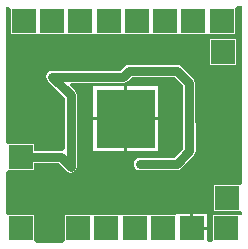
<source format=gbl>
G04*
G04 #@! TF.GenerationSoftware,Altium Limited,Altium Designer,25.0.2 (28)*
G04*
G04 Layer_Physical_Order=2*
G04 Layer_Color=16711680*
%FSLAX44Y44*%
%MOMM*%
G71*
G04*
G04 #@! TF.SameCoordinates,094DCD80-2F59-4459-B3C7-35127A891B43*
G04*
G04*
G04 #@! TF.FilePolarity,Positive*
G04*
G01*
G75*
%ADD38R,2.0000X2.0000*%
%ADD39C,0.6000*%
%ADD40R,5.0000X5.0000*%
%ADD41C,0.8000*%
G36*
X200123Y200615D02*
Y49914D01*
X197896Y49159D01*
X197583Y49159D01*
X175896D01*
Y27159D01*
X197583D01*
X197896Y27159D01*
X200123Y26404D01*
Y23832D01*
X197740Y23453D01*
X197583Y23453D01*
X175740D01*
Y3148D01*
X175740Y1453D01*
X173553Y601D01*
X171819Y595D01*
X170020Y2387D01*
Y11183D01*
X157480D01*
Y12453D01*
X156210D01*
Y24993D01*
X146210D01*
X144940Y24993D01*
X143038Y23453D01*
X142400Y23453D01*
X122675D01*
X122308Y23453D01*
X120135D01*
X119768Y23453D01*
X98503D01*
X98135Y23453D01*
X95963D01*
X95595Y23453D01*
X74331D01*
X73963Y23453D01*
X71791D01*
X71423Y23453D01*
X49791D01*
Y2712D01*
X49791Y1453D01*
X47784Y165D01*
X25751Y89D01*
X23776Y2622D01*
Y23453D01*
X2540D01*
X1776Y23453D01*
X0Y25258D01*
Y60394D01*
X1975Y61756D01*
X2540Y61757D01*
X23976D01*
Y67659D01*
X44651D01*
X51301Y61009D01*
X52955Y59904D01*
X54906Y59516D01*
X56857Y59904D01*
X58510Y61009D01*
X59616Y62663D01*
X60004Y64614D01*
Y125434D01*
X59616Y127385D01*
X58510Y129039D01*
X54024Y133525D01*
X54996Y135872D01*
X99440D01*
X101391Y136260D01*
X103045Y137365D01*
X106736Y141056D01*
X142564D01*
X149842Y133778D01*
Y101600D01*
X150230Y99649D01*
X150319Y99515D01*
Y80059D01*
X142396Y72136D01*
X113306D01*
X111355Y71748D01*
X109701Y70643D01*
X108596Y68989D01*
X108208Y67038D01*
X108596Y65087D01*
X109701Y63433D01*
X111355Y62328D01*
X113306Y61940D01*
X144508D01*
X146459Y62328D01*
X148113Y63433D01*
X159022Y74343D01*
X160127Y75996D01*
X160515Y77947D01*
Y101123D01*
X160127Y103074D01*
X160038Y103207D01*
Y135890D01*
X159650Y137841D01*
X158545Y139495D01*
X148281Y149759D01*
X146627Y150864D01*
X144676Y151252D01*
X104624D01*
X102673Y150864D01*
X101019Y149759D01*
X97328Y146068D01*
X39370D01*
X37419Y145680D01*
X35765Y144575D01*
X34660Y142921D01*
X34272Y140970D01*
X34660Y139019D01*
X35765Y137365D01*
X49808Y123323D01*
Y79558D01*
X47268Y77754D01*
X46763Y77854D01*
X23976D01*
Y83757D01*
X2540D01*
X1975Y83757D01*
X0Y85119D01*
Y199554D01*
X1840Y200100D01*
X4008Y198477D01*
Y177203D01*
X25435D01*
X26008Y177203D01*
X27975D01*
X28548Y177203D01*
X49402D01*
X49975Y177203D01*
X51942D01*
X52515Y177203D01*
X73369D01*
X73942Y177203D01*
X75908D01*
X76482Y177203D01*
X97335D01*
X97908Y177203D01*
X99875D01*
X100449Y177203D01*
X121302D01*
X121875Y177203D01*
X123842D01*
X124415Y177203D01*
X145269D01*
X145842Y177203D01*
X147809D01*
X148382Y177203D01*
X169235D01*
X169809Y177203D01*
X171775D01*
X172349Y177203D01*
X193776D01*
Y198120D01*
X193776Y199203D01*
X195712Y200660D01*
X200079D01*
X200123Y200615D01*
D02*
G37*
%LPC*%
G36*
X195084Y172816D02*
X173084D01*
Y150816D01*
X195084D01*
Y172816D01*
D02*
G37*
G36*
X129140Y132950D02*
X102870D01*
Y106680D01*
X129140D01*
Y132950D01*
D02*
G37*
G36*
X100330D02*
X74060D01*
Y106680D01*
X100330D01*
Y132950D01*
D02*
G37*
G36*
X129140Y104140D02*
X102870D01*
Y77870D01*
X129140D01*
Y104140D01*
D02*
G37*
G36*
X100330D02*
X74060D01*
Y77870D01*
X100330D01*
Y104140D01*
D02*
G37*
G36*
X158750Y24993D02*
Y13723D01*
X170020D01*
Y24993D01*
X158750D01*
D02*
G37*
%LPD*%
D38*
X133308Y12453D02*
D03*
X12776D02*
D03*
X12975Y72757D02*
D03*
X60791Y12453D02*
D03*
X84963D02*
D03*
X109135D02*
D03*
X157480D02*
D03*
X186740D02*
D03*
X186896Y38159D02*
D03*
X184084Y161816D02*
D03*
X182775Y188203D02*
D03*
X158809D02*
D03*
X134842D02*
D03*
X110875D02*
D03*
X86909D02*
D03*
X62942D02*
D03*
X38975D02*
D03*
X15008D02*
D03*
D39*
X134612Y42400D02*
D03*
X110490Y43180D02*
D03*
X76514Y43040D02*
D03*
X79399Y171297D02*
D03*
X24130Y170180D02*
D03*
X91418Y44004D02*
D03*
X180340Y118110D02*
D03*
X113306Y67038D02*
D03*
X6615Y91538D02*
D03*
X111622Y174071D02*
D03*
X128353Y170003D02*
D03*
X170048Y168665D02*
D03*
X109220Y102870D02*
D03*
X92710D02*
D03*
X109220Y120650D02*
D03*
X92096Y120596D02*
D03*
X54906Y64614D02*
D03*
X154940Y101600D02*
D03*
X39370Y140970D02*
D03*
X104624Y146154D02*
D03*
D40*
X101600Y105410D02*
D03*
D41*
X144508Y67038D02*
X155417Y77947D01*
Y101123D01*
X113306Y67038D02*
X144508D01*
X12975Y72757D02*
X46763D01*
X54906Y64614D01*
X154940Y101600D02*
Y135890D01*
X104624Y146154D02*
X144676D01*
X154940Y135890D01*
X99440Y140970D02*
X104624Y146154D01*
X39370Y140970D02*
X99440D01*
X39370D02*
X54906Y125434D01*
Y64614D02*
Y125434D01*
M02*

</source>
